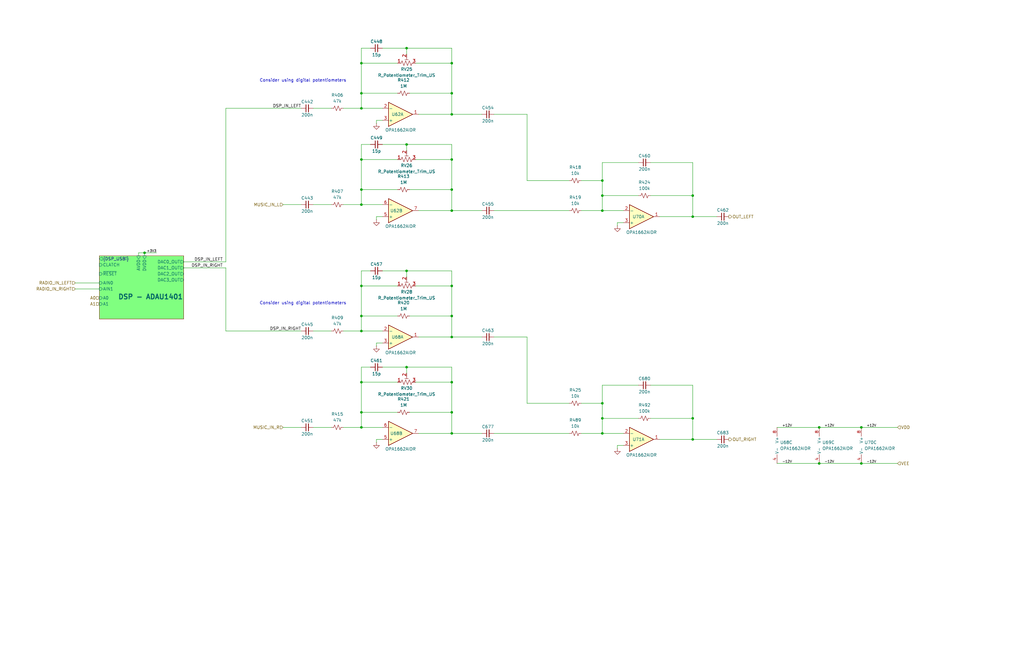
<source format=kicad_sch>
(kicad_sch (version 20250114) (generator "eeschema") (generator_version "9.0")
  (paper "B")
  (lib_symbols
    (symbol "Amplifier_Operational:OPA1656ID" (pin_names (offset 0.127))
      (property "Reference" "U" (at 0 5.08 0))
      (property "Value" "OPA1656ID" (at 0 -5.08 0))
      (symbol "OPA1656ID_1_1"
        (polyline (pts (xy -5.08 5.08) (xy 5.08 0) (xy -5.08 -5.08) (xy -5.08 5.08)) (stroke (width 0.254)) (fill (type background)))
        (pin input line (at -7.62 2.54 0) (length 2.54) (name "+") (number "3"))
        (pin input line (at -7.62 -2.54 0) (length 2.54) (name "-") (number "2"))
        (pin output line (at 7.62 0 180) (length 2.54) (name "~") (number "1"))
      )
      (symbol "OPA1656ID_2_1"
        (polyline (pts (xy -5.08 5.08) (xy 5.08 0) (xy -5.08 -5.08) (xy -5.08 5.08)) (stroke (width 0.254)) (fill (type background)))
        (pin input line (at -7.62 2.54 0) (length 2.54) (name "+") (number "5"))
        (pin input line (at -7.62 -2.54 0) (length 2.54) (name "-") (number "6"))
        (pin output line (at 7.62 0 180) (length 2.54) (name "~") (number "7"))
      )
      (symbol "OPA1656ID_3_1"
        (pin power_in line (at -2.54 7.62 270) (length 3.81) (name "V+") (number "8"))
        (pin power_in line (at -2.54 -7.62 90) (length 3.81) (name "V-") (number "4"))
      )
    )
    (symbol "Device:C_Small" (pin_numbers (hide yes)) (pin_names (offset 0.254) (hide yes))
      (property "Reference" "C" (at 0.254 1.778 0))
      (property "Value" "C_Small" (at 0.254 -2.032 0))
      (symbol "C_Small_0_1"
        (polyline (pts (xy -1.524 0.508) (xy 1.524 0.508)) (stroke (width 0.3048)))
        (polyline (pts (xy -1.524 -0.508) (xy 1.524 -0.508)) (stroke (width 0.3302)))
      )
      (symbol "C_Small_1_1"
        (pin passive line (at 0 2.54 270) (length 2.032) (name "~") (number "1"))
        (pin passive line (at 0 -2.54 90) (length 2.032) (name "~") (number "2"))
      )
    )
    (symbol "Device:R_Potentiometer_Trim_US" (pin_names (offset 1.016) (hide yes))
      (property "Reference" "RV" (at -4.445 0 90))
      (property "Value" "R_Potentiometer_Trim_US" (at -2.54 0 90))
      (symbol "R_Potentiometer_Trim_US_0_1"
        (polyline (pts (xy 0 2.286) (xy 0 2.54)))
        (polyline (pts (xy 0 2.286) (xy 1.016 1.905) (xy 0 1.524) (xy -1.016 1.143) (xy 0 0.762)))
        (polyline (pts (xy 0 0.762) (xy 1.016 0.381) (xy 0 0) (xy -1.016 -0.381) (xy 0 -0.762)))
        (polyline (pts (xy 0 -0.762) (xy 1.016 -1.143) (xy 0 -1.524) (xy -1.016 -1.905) (xy 0 -2.286)))
        (polyline (pts (xy 0 -2.286) (xy 0 -2.54)))
        (polyline (pts (xy 1.524 0.762) (xy 1.524 -0.762)))
        (polyline (pts (xy 2.54 0) (xy 1.524 0)))
      )
      (symbol "R_Potentiometer_Trim_US_1_1"
        (pin passive line (at 0 3.81 270) (length 1.27) (name "1") (number "1"))
        (pin passive line (at 0 -3.81 90) (length 1.27) (name "3") (number "3"))
        (pin passive line (at 3.81 0 180) (length 1.27) (name "2") (number "2"))
      )
    )
    (symbol "Device:R_Small_US" (pin_numbers (hide yes)) (pin_names (offset 0.254) (hide yes))
      (property "Reference" "R" (at 0.762 0.508 0))
      (property "Value" "R_Small_US" (at 0.762 -1.016 0))
      (symbol "R_Small_US_1_1"
        (polyline (pts (xy 0 1.524) (xy 1.016 1.143) (xy 0 0.762) (xy -1.016 0.381) (xy 0 0)))
        (polyline (pts (xy 0 0) (xy 1.016 -0.381) (xy 0 -0.762) (xy -1.016 -1.143) (xy 0 -1.524)))
        (pin passive line (at 0 2.54 270) (length 1.016) (name "~") (number "1"))
        (pin passive line (at 0 -2.54 90) (length 1.016) (name "~") (number "2"))
      )
    )
    (symbol "power:GND" (power) (pin_numbers (hide yes)) (pin_names (offset 0) (hide yes))
      (property "Value" "GND" (at 0 -3.81 0))
      (symbol "GND_0_1"
        (polyline (pts (xy 0 0) (xy 0 -1.27) (xy 1.27 -1.27) (xy 0 -2.54) (xy -1.27 -1.27) (xy 0 -1.27)))
      )
      (symbol "GND_1_1"
        (pin power_in line (at 0 0 270) (length 0) (name "~") (number "1"))
      )
    )
  )
  (text "Consider using digital potentiometers" (at 127.762 128.016 0) (effects (font (size 1.27 1.27))))
  (text "Consider using digital potentiometers" (at 127.762 34.036 0) (effects (font (size 1.27 1.27))))
  (junction (at 254 170.18))
  (junction (at 292.1 82.55))
  (junction (at 292.1 176.53))
  (junction (at 190.5 88.9))
  (junction (at 152.4 120.65))
  (junction (at 152.4 139.7))
  (junction (at 190.5 142.24))
  (junction (at 60.96 106.68))
  (junction (at 292.1 185.42))
  (junction (at 190.5 26.67))
  (junction (at 190.5 80.01))
  (junction (at 152.4 80.01))
  (junction (at 152.4 45.72))
  (junction (at 152.4 133.35))
  (junction (at 190.5 161.29))
  (junction (at 254 88.9))
  (junction (at 152.4 39.37))
  (junction (at 345.44 195.58))
  (junction (at 190.5 48.26))
  (junction (at 171.45 114.3))
  (junction (at 292.1 91.44))
  (junction (at 363.22 195.58))
  (junction (at 171.45 20.32))
  (junction (at 171.45 60.96))
  (junction (at 190.5 67.31))
  (junction (at 254 182.88))
  (junction (at 190.5 182.88))
  (junction (at 254 82.55))
  (junction (at 152.4 86.36))
  (junction (at 171.45 154.94))
  (junction (at 254 176.53))
  (junction (at 152.4 26.67))
  (junction (at 190.5 39.37))
  (junction (at 152.4 173.99))
  (junction (at 254 76.2))
  (junction (at 152.4 67.31))
  (junction (at 363.22 180.34))
  (junction (at 190.5 120.65))
  (junction (at 152.4 161.29))
  (junction (at 190.5 173.99))
  (junction (at 345.44 180.34))
  (junction (at 190.5 133.35))
  (junction (at 152.4 180.34))
  (wire (pts (xy 190.5 182.88) (xy 176.53 182.88)))
  (wire (pts (xy 152.4 114.3) (xy 152.4 120.65)))
  (wire (pts (xy 167.64 67.31) (xy 152.4 67.31)))
  (wire (pts (xy 190.5 142.24) (xy 203.2 142.24)))
  (wire (pts (xy 208.28 182.88) (xy 240.03 182.88)))
  (wire (pts (xy 222.25 170.18) (xy 222.25 142.24)))
  (wire (pts (xy 60.96 106.68) (xy 66.04 106.68)))
  (wire (pts (xy 245.11 88.9) (xy 254 88.9)))
  (wire (pts (xy 58.42 106.68) (xy 58.42 107.95)))
  (wire (pts (xy 245.11 182.88) (xy 254 182.88)))
  (wire (pts (xy 222.25 48.26) (xy 208.28 48.26)))
  (wire (pts (xy 190.5 182.88) (xy 203.2 182.88)))
  (wire (pts (xy 171.45 114.3) (xy 171.45 116.84)))
  (wire (pts (xy 161.29 114.3) (xy 171.45 114.3)))
  (wire (pts (xy 175.26 67.31) (xy 190.5 67.31)))
  (wire (pts (xy 31.75 121.92) (xy 41.91 121.92)))
  (wire (pts (xy 292.1 176.53) (xy 292.1 185.42)))
  (wire (pts (xy 161.29 139.7) (xy 152.4 139.7)))
  (wire (pts (xy 161.29 180.34) (xy 152.4 180.34)))
  (wire (pts (xy 274.32 68.58) (xy 292.1 68.58)))
  (wire (pts (xy 167.64 26.67) (xy 152.4 26.67)))
  (wire (pts (xy 77.47 110.49) (xy 95.25 110.49)))
  (wire (pts (xy 254 176.53) (xy 269.24 176.53)))
  (wire (pts (xy 190.5 161.29) (xy 190.5 173.99)))
  (wire (pts (xy 171.45 114.3) (xy 190.5 114.3)))
  (wire (pts (xy 144.78 180.34) (xy 152.4 180.34)))
  (wire (pts (xy 132.08 86.36) (xy 139.7 86.36)))
  (wire (pts (xy 95.25 45.72) (xy 127 45.72)))
  (wire (pts (xy 144.78 45.72) (xy 152.4 45.72)))
  (wire (pts (xy 245.11 76.2) (xy 254 76.2)))
  (wire (pts (xy 132.08 139.7) (xy 139.7 139.7)))
  (wire (pts (xy 152.4 180.34) (xy 152.4 173.99)))
  (wire (pts (xy 171.45 20.32) (xy 171.45 22.86)))
  (wire (pts (xy 254 82.55) (xy 269.24 82.55)))
  (wire (pts (xy 254 162.56) (xy 254 170.18)))
  (wire (pts (xy 190.5 154.94) (xy 190.5 161.29)))
  (wire (pts (xy 208.28 88.9) (xy 240.03 88.9)))
  (wire (pts (xy 172.72 173.99) (xy 190.5 173.99)))
  (wire (pts (xy 172.72 133.35) (xy 190.5 133.35)))
  (wire (pts (xy 262.89 88.9) (xy 254 88.9)))
  (wire (pts (xy 260.35 93.98) (xy 262.89 93.98)))
  (wire (pts (xy 262.89 182.88) (xy 254 182.88)))
  (wire (pts (xy 292.1 91.44) (xy 302.26 91.44)))
  (wire (pts (xy 292.1 162.56) (xy 292.1 176.53)))
  (wire (pts (xy 132.08 45.72) (xy 139.7 45.72)))
  (wire (pts (xy 158.75 146.05) (xy 158.75 144.78)))
  (wire (pts (xy 152.4 133.35) (xy 167.64 133.35)))
  (wire (pts (xy 152.4 120.65) (xy 152.4 133.35)))
  (wire (pts (xy 144.78 139.7) (xy 152.4 139.7)))
  (wire (pts (xy 190.5 39.37) (xy 190.5 48.26)))
  (wire (pts (xy 152.4 80.01) (xy 167.64 80.01)))
  (wire (pts (xy 327.66 180.34) (xy 345.44 180.34)))
  (wire (pts (xy 161.29 154.94) (xy 171.45 154.94)))
  (wire (pts (xy 119.38 180.34) (xy 127 180.34)))
  (wire (pts (xy 152.4 114.3) (xy 156.21 114.3)))
  (wire (pts (xy 152.4 20.32) (xy 156.21 20.32)))
  (wire (pts (xy 158.75 92.71) (xy 158.75 91.44)))
  (wire (pts (xy 161.29 45.72) (xy 152.4 45.72)))
  (wire (pts (xy 152.4 67.31) (xy 152.4 80.01)))
  (wire (pts (xy 95.25 45.72) (xy 95.25 110.49)))
  (wire (pts (xy 60.96 106.68) (xy 60.96 107.95)))
  (wire (pts (xy 152.4 154.94) (xy 156.21 154.94)))
  (wire (pts (xy 363.22 180.34) (xy 378.46 180.34)))
  (wire (pts (xy 172.72 39.37) (xy 190.5 39.37)))
  (wire (pts (xy 254 88.9) (xy 254 82.55)))
  (wire (pts (xy 260.35 187.96) (xy 262.89 187.96)))
  (wire (pts (xy 172.72 80.01) (xy 190.5 80.01)))
  (wire (pts (xy 158.75 52.07) (xy 158.75 50.8)))
  (wire (pts (xy 152.4 139.7) (xy 152.4 133.35)))
  (wire (pts (xy 175.26 26.67) (xy 190.5 26.67)))
  (wire (pts (xy 161.29 60.96) (xy 171.45 60.96)))
  (wire (pts (xy 260.35 189.23) (xy 260.35 187.96)))
  (wire (pts (xy 132.08 180.34) (xy 139.7 180.34)))
  (wire (pts (xy 292.1 82.55) (xy 292.1 91.44)))
  (wire (pts (xy 95.25 139.7) (xy 127 139.7)))
  (wire (pts (xy 158.75 50.8) (xy 161.29 50.8)))
  (wire (pts (xy 240.03 76.2) (xy 222.25 76.2)))
  (wire (pts (xy 190.5 60.96) (xy 190.5 67.31)))
  (wire (pts (xy 152.4 20.32) (xy 152.4 26.67)))
  (wire (pts (xy 171.45 20.32) (xy 190.5 20.32)))
  (wire (pts (xy 31.75 119.38) (xy 41.91 119.38)))
  (wire (pts (xy 254 170.18) (xy 254 176.53)))
  (wire (pts (xy 175.26 161.29) (xy 190.5 161.29)))
  (wire (pts (xy 190.5 20.32) (xy 190.5 26.67)))
  (wire (pts (xy 190.5 88.9) (xy 176.53 88.9)))
  (wire (pts (xy 171.45 154.94) (xy 171.45 157.48)))
  (wire (pts (xy 152.4 26.67) (xy 152.4 39.37)))
  (wire (pts (xy 152.4 60.96) (xy 152.4 67.31)))
  (wire (pts (xy 152.4 86.36) (xy 152.4 80.01)))
  (wire (pts (xy 190.5 120.65) (xy 190.5 133.35)))
  (wire (pts (xy 158.75 91.44) (xy 161.29 91.44)))
  (wire (pts (xy 254 68.58) (xy 254 76.2)))
  (wire (pts (xy 292.1 68.58) (xy 292.1 82.55)))
  (wire (pts (xy 190.5 80.01) (xy 190.5 88.9)))
  (wire (pts (xy 158.75 144.78) (xy 161.29 144.78)))
  (wire (pts (xy 161.29 86.36) (xy 152.4 86.36)))
  (wire (pts (xy 95.25 113.03) (xy 95.25 139.7)))
  (wire (pts (xy 240.03 170.18) (xy 222.25 170.18)))
  (wire (pts (xy 190.5 173.99) (xy 190.5 182.88)))
  (wire (pts (xy 167.64 120.65) (xy 152.4 120.65)))
  (wire (pts (xy 171.45 154.94) (xy 190.5 154.94)))
  (wire (pts (xy 292.1 185.42) (xy 278.13 185.42)))
  (wire (pts (xy 171.45 60.96) (xy 190.5 60.96)))
  (wire (pts (xy 254 162.56) (xy 269.24 162.56)))
  (wire (pts (xy 152.4 60.96) (xy 156.21 60.96)))
  (wire (pts (xy 175.26 120.65) (xy 190.5 120.65)))
  (wire (pts (xy 345.44 195.58) (xy 363.22 195.58)))
  (wire (pts (xy 158.75 186.69) (xy 158.75 185.42)))
  (wire (pts (xy 292.1 91.44) (xy 278.13 91.44)))
  (wire (pts (xy 60.96 106.68) (xy 58.42 106.68)))
  (wire (pts (xy 152.4 154.94) (xy 152.4 161.29)))
  (wire (pts (xy 292.1 185.42) (xy 302.26 185.42)))
  (wire (pts (xy 190.5 26.67) (xy 190.5 39.37)))
  (wire (pts (xy 190.5 48.26) (xy 203.2 48.26)))
  (wire (pts (xy 274.32 82.55) (xy 292.1 82.55)))
  (wire (pts (xy 190.5 142.24) (xy 176.53 142.24)))
  (wire (pts (xy 254 68.58) (xy 269.24 68.58)))
  (wire (pts (xy 345.44 180.34) (xy 363.22 180.34)))
  (wire (pts (xy 190.5 88.9) (xy 203.2 88.9)))
  (wire (pts (xy 161.29 20.32) (xy 171.45 20.32)))
  (wire (pts (xy 167.64 161.29) (xy 152.4 161.29)))
  (wire (pts (xy 152.4 39.37) (xy 167.64 39.37)))
  (wire (pts (xy 222.25 142.24) (xy 208.28 142.24)))
  (wire (pts (xy 363.22 195.58) (xy 378.46 195.58)))
  (wire (pts (xy 274.32 176.53) (xy 292.1 176.53)))
  (wire (pts (xy 254 76.2) (xy 254 82.55)))
  (wire (pts (xy 158.75 185.42) (xy 161.29 185.42)))
  (wire (pts (xy 245.11 170.18) (xy 254 170.18)))
  (wire (pts (xy 119.38 86.36) (xy 127 86.36)))
  (wire (pts (xy 152.4 161.29) (xy 152.4 173.99)))
  (wire (pts (xy 327.66 195.58) (xy 345.44 195.58)))
  (wire (pts (xy 222.25 76.2) (xy 222.25 48.26)))
  (wire (pts (xy 254 182.88) (xy 254 176.53)))
  (wire (pts (xy 190.5 48.26) (xy 176.53 48.26)))
  (wire (pts (xy 152.4 45.72) (xy 152.4 39.37)))
  (wire (pts (xy 144.78 86.36) (xy 152.4 86.36)))
  (wire (pts (xy 274.32 162.56) (xy 292.1 162.56)))
  (wire (pts (xy 260.35 95.25) (xy 260.35 93.98)))
  (wire (pts (xy 152.4 173.99) (xy 167.64 173.99)))
  (wire (pts (xy 77.47 113.03) (xy 95.25 113.03)))
  (wire (pts (xy 190.5 67.31) (xy 190.5 80.01)))
  (wire (pts (xy 190.5 133.35) (xy 190.5 142.24)))
  (wire (pts (xy 171.45 60.96) (xy 171.45 63.5)))
  (wire (pts (xy 190.5 114.3) (xy 190.5 120.65)))
  (label "DSP_IN_LEFT" (at 127 45.72 180))
  (label "-12V" (at 351.79 195.58 180) (effects (font (size 1 1))))
  (label "+12V" (at 334.01 180.34 180) (effects (font (size 1 1))))
  (label "DSP_IN_RIGHT" (at 93.98 113.03 180))
  (label "DSP_IN_RIGHT" (at 127 139.7 180))
  (label "-12V" (at 334.01 195.58 180) (effects (font (size 1 1))))
  (label "+12V" (at 351.79 180.34 180) (effects (font (size 1 1))))
  (label "DSP_IN_LEFT" (at 93.98 110.49 180))
  (label "+3V3" (at 66.04 106.68 180) (effects (font (size 1 1))))
  (label "+12V" (at 369.57 180.34 180) (effects (font (size 1 1))))
  (label "-12V" (at 369.57 195.58 180) (effects (font (size 1 1))))
  (hierarchical_label "MUSIC_IN_R" (shape input) (at 119.38 180.34 180))
  (hierarchical_label "RADIO_IN_RIGHT" (shape input) (at 31.75 121.92 180))
  (hierarchical_label "RADIO_IN_LEFT" (shape input) (at 31.75 119.38 180))
  (hierarchical_label "OUT_LEFT" (shape output) (at 307.34 91.44 0))
  (hierarchical_label "A0" (shape input) (at 41.91 125.73 180))
  (hierarchical_label "OUT_RIGHT" (shape output) (at 307.34 185.42 0))
  (hierarchical_label "VDD" (shape input) (at 378.46 180.34 0))
  (hierarchical_label "MUSIC_IN_L" (shape input) (at 119.38 86.36 180))
  (hierarchical_label "A1" (shape input) (at 41.91 128.27 180))
  (hierarchical_label "VEE" (shape input) (at 378.46 195.58 0))
  (symbol (lib_id "Amplifier_Operational:OPA1656ID") (at 270.51 91.44 0) (mirror x) (unit 1)
    (property "Reference" "U70" (at 269.24 91.44 0))
    (property "Value" "OPA1662AIDR" (at 270.51 98.044 0))
    (property "Footprint" "Package_SO:SOIC-8_3.9x4.9mm_P1.27mm" (effects (hide yes)))
    (property "Datasheet" "https://www.ti.com/lit/ds/symlink/opa1662.pdf?HQS=dis-dk-null-digikeymode-dsf-pf-null-wwe&ts=1750397590108&ref_url=https%253A%252F%252Fwww.ti.com%252Fgeneral%252Fdocs%252Fsuppproductinfo.tsp%253FdistId%253D10%2526gotoUrl%253Dhttps%253A%252F%252Fwww.ti.com%252Flit%252Fgpn%252Fopa1662" (effects (hide yes)))
    (property "Description" "Dual Ultra-Low-Noise, Low-Distortion, FET-Input, Burr-Brown Audio Operational Amplifiers, SOIC-8" (effects (hide yes)))
    (instances (project "PilotAudioPanel" (path "" (reference "U70") (unit 1)) (path "" (reference "U112") (unit 1))))
  )
  (symbol (lib_id "Device:R_Potentiometer_Trim_US") (at 171.45 26.67 90) (unit 1)
    (property "Reference" "RV25" (at 171.45 29.21 90))
    (property "Value" "R_Potentiometer_Trim_US" (at 171.45 31.75 90))
    (property "Description" "Trim-potentiometer, US symbol" (effects (hide yes)))
    (instances (project "PilotAudioPanel" (path "" (reference "RV25") (unit 1)) (path "" (reference "RV27") (unit 1))))
  )
  (symbol (lib_id "Device:C_Small") (at 271.78 162.56 90) (mirror x) (unit 1)
    (property "Reference" "C680" (at 271.78 159.766 90))
    (property "Value" "200n" (at 271.78 165.354 90))
    (property "Description" "Unpolarized capacitor, small symbol" (effects (hide yes)))
    (instances (project "PilotAudioPanel" (path "" (reference "C680") (unit 1)) (path "" (reference "C698") (unit 1))))
  )
  (symbol (lib_id "power:GND") (at 158.75 186.69 0) (unit 1)
    (property "Reference" "#PWR0408" (effects (hide yes)))
    (property "Value" "GND" (effects (hide yes)))
    (property "Description" "Power symbol creates a global label with name \"GND\" , ground" (effects (hide yes)))
    (instances (project "PilotAudioPanel" (path "" (reference "#PWR0408") (unit 1)) (path "" (reference "#PWR0614") (unit 1))))
  )
  (symbol (lib_id "Device:C_Small") (at 158.75 114.3 90) (mirror x) (unit 1)
    (property "Reference" "C457" (at 158.75 111.506 90))
    (property "Value" "15p" (at 158.75 117.094 90))
    (property "Description" "Unpolarized capacitor, small symbol" (effects (hide yes)))
    (instances (project "PilotAudioPanel" (path "" (reference "C457") (unit 1)) (path "" (reference "C691") (unit 1))))
  )
  (symbol (lib_id "Device:C_Small") (at 129.54 139.7 90) (mirror x) (unit 1)
    (property "Reference" "C445" (at 129.54 136.906 90))
    (property "Value" "200n" (at 129.54 142.494 90))
    (property "Description" "Unpolarized capacitor, small symbol" (effects (hide yes)))
    (instances (project "PilotAudioPanel" (path "" (reference "C445") (unit 1)) (path "" (reference "C687") (unit 1))))
  )
  (symbol (lib_id "Device:C_Small") (at 158.75 60.96 90) (mirror x) (unit 1)
    (property "Reference" "C449" (at 158.75 58.166 90))
    (property "Value" "15p" (at 158.75 63.754 90))
    (property "Description" "Unpolarized capacitor, small symbol" (effects (hide yes)))
    (instances (project "PilotAudioPanel" (path "" (reference "C449") (unit 1)) (path "" (reference "C690") (unit 1))))
  )
  (symbol (lib_id "Amplifier_Operational:OPA1656ID") (at 168.91 182.88 0) (mirror x) (unit 2)
    (property "Reference" "U68" (at 167.132 182.88 0))
    (property "Value" "OPA1662AIDR" (at 168.91 189.484 0))
    (property "Footprint" "Package_SO:SOIC-8_3.9x4.9mm_P1.27mm" (effects (hide yes)))
    (property "Datasheet" "https://www.ti.com/lit/ds/symlink/opa1662.pdf?HQS=dis-dk-null-digikeymode-dsf-pf-null-wwe&ts=1750397590108&ref_url=https%253A%252F%252Fwww.ti.com%252Fgeneral%252Fdocs%252Fsuppproductinfo.tsp%253FdistId%253D10%2526gotoUrl%253Dhttps%253A%252F%252Fwww.ti.com%252Flit%252Fgpn%252Fopa1662" (effects (hide yes)))
    (property "Description" "Dual Ultra-Low-Noise, Low-Distortion, FET-Input, Burr-Brown Audio Operational Amplifiers, SOIC-8" (effects (hide yes)))
    (instances (project "PilotAudioPanel" (path "" (reference "U68") (unit 2)) (path "" (reference "U110") (unit 2))))
  )
  (symbol (lib_id "Device:R_Small_US") (at 242.57 182.88 90) (unit 1)
    (property "Reference" "R489" (at 242.57 177.292 90))
    (property "Value" "10k" (at 242.57 179.832 90))
    (property "Description" "Resistor, small US symbol" (effects (hide yes)))
    (instances (project "PilotAudioPanel" (path "" (reference "R489") (unit 1)) (path "" (reference "R502") (unit 1))))
  )
  (symbol (lib_id "Device:C_Small") (at 205.74 48.26 90) (mirror x) (unit 1)
    (property "Reference" "C454" (at 205.74 45.466 90))
    (property "Value" "200n" (at 205.74 51.054 90))
    (property "Description" "Unpolarized capacitor, small symbol" (effects (hide yes)))
    (instances (project "PilotAudioPanel" (path "" (reference "C454") (unit 1)) (path "" (reference "C693") (unit 1))))
  )
  (symbol (lib_id "Device:C_Small") (at 205.74 182.88 90) (mirror x) (unit 1)
    (property "Reference" "C677" (at 205.74 180.086 90))
    (property "Value" "200n" (at 205.74 185.674 90))
    (property "Description" "Unpolarized capacitor, small symbol" (effects (hide yes)))
    (instances (project "PilotAudioPanel" (path "" (reference "C677") (unit 1)) (path "" (reference "C696") (unit 1))))
  )
  (symbol (lib_id "Amplifier_Operational:OPA1656ID") (at 168.91 88.9 0) (mirror x) (unit 2)
    (property "Reference" "U62" (at 167.132 88.9 0))
    (property "Value" "OPA1662AIDR" (at 168.91 95.504 0))
    (property "Footprint" "Package_SO:SOIC-8_3.9x4.9mm_P1.27mm" (effects (hide yes)))
    (property "Datasheet" "https://www.ti.com/lit/ds/symlink/opa1662.pdf?HQS=dis-dk-null-digikeymode-dsf-pf-null-wwe&ts=1750397590108&ref_url=https%253A%252F%252Fwww.ti.com%252Fgeneral%252Fdocs%252Fsuppproductinfo.tsp%253FdistId%253D10%2526gotoUrl%253Dhttps%253A%252F%252Fwww.ti.com%252Flit%252Fgpn%252Fopa1662" (effects (hide yes)))
    (property "Description" "Dual Ultra-Low-Noise, Low-Distortion, FET-Input, Burr-Brown Audio Operational Amplifiers, SOIC-8" (effects (hide yes)))
    (instances (project "PilotAudioPanel" (path "" (reference "U62") (unit 2)) (path "" (reference "U69") (unit 2))))
  )
  (symbol (lib_id "Device:R_Small_US") (at 142.24 86.36 90) (unit 1)
    (property "Reference" "R407" (at 142.24 80.772 90))
    (property "Value" "47k" (at 142.24 83.312 90))
    (property "Description" "Resistor, small US symbol" (effects (hide yes)))
    (instances (project "PilotAudioPanel" (path "" (reference "R407") (unit 1)) (path "" (reference "R491") (unit 1))))
  )
  (symbol (lib_id "Device:R_Small_US") (at 242.57 76.2 90) (unit 1)
    (property "Reference" "R418" (at 242.57 70.612 90))
    (property "Value" "10k" (at 242.57 73.152 90))
    (property "Description" "Resistor, small US symbol" (effects (hide yes)))
    (instances (project "PilotAudioPanel" (path "" (reference "R418") (unit 1)) (path "" (reference "R499") (unit 1))))
  )
  (symbol (lib_id "Device:C_Small") (at 205.74 88.9 90) (mirror x) (unit 1)
    (property "Reference" "C455" (at 205.74 86.106 90))
    (property "Value" "200n" (at 205.74 91.694 90))
    (property "Description" "Unpolarized capacitor, small symbol" (effects (hide yes)))
    (instances (project "PilotAudioPanel" (path "" (reference "C455") (unit 1)) (path "" (reference "C694") (unit 1))))
  )
  (symbol (lib_id "Device:R_Small_US") (at 170.18 173.99 90) (unit 1)
    (property "Reference" "R421" (at 170.18 168.402 90))
    (property "Value" "1M" (at 170.18 170.942 90))
    (property "Description" "Resistor, small US symbol" (effects (hide yes)))
    (instances (project "PilotAudioPanel" (path "" (reference "R421") (unit 1)) (path "" (reference "R498") (unit 1))))
  )
  (symbol (lib_id "power:GND") (at 260.35 189.23 0) (unit 1)
    (property "Reference" "#PWR0604" (effects (hide yes)))
    (property "Value" "GND" (effects (hide yes)))
    (property "Description" "Power symbol creates a global label with name \"GND\" , ground" (effects (hide yes)))
    (instances (project "PilotAudioPanel" (path "" (reference "#PWR0604") (unit 1)) (path "" (reference "#PWR0616") (unit 1))))
  )
  (symbol (lib_id "Amplifier_Operational:OPA1656ID") (at 168.91 142.24 0) (mirror x) (unit 1)
    (property "Reference" "U68" (at 167.64 142.24 0))
    (property "Value" "OPA1662AIDR" (at 168.91 148.844 0))
    (property "Footprint" "Package_SO:SOIC-8_3.9x4.9mm_P1.27mm" (effects (hide yes)))
    (property "Datasheet" "https://www.ti.com/lit/ds/symlink/opa1662.pdf?HQS=dis-dk-null-digikeymode-dsf-pf-null-wwe&ts=1750397590108&ref_url=https%253A%252F%252Fwww.ti.com%252Fgeneral%252Fdocs%252Fsuppproductinfo.tsp%253FdistId%253D10%2526gotoUrl%253Dhttps%253A%252F%252Fwww.ti.com%252Flit%252Fgpn%252Fopa1662" (effects (hide yes)))
    (property "Description" "Dual Ultra-Low-Noise, Low-Distortion, FET-Input, Burr-Brown Audio Operational Amplifiers, SOIC-8" (effects (hide yes)))
    (instances (project "PilotAudioPanel" (path "" (reference "U68") (unit 1)) (path "" (reference "U110") (unit 1))))
  )
  (symbol (lib_id "Amplifier_Operational:OPA1656ID") (at 270.51 185.42 0) (mirror x) (unit 1)
    (property "Reference" "U71" (at 269.24 185.42 0))
    (property "Value" "OPA1662AIDR" (at 270.51 192.024 0))
    (property "Footprint" "Package_SO:SOIC-8_3.9x4.9mm_P1.27mm" (effects (hide yes)))
    (property "Datasheet" "https://www.ti.com/lit/ds/symlink/opa1662.pdf?HQS=dis-dk-null-digikeymode-dsf-pf-null-wwe&ts=1750397590108&ref_url=https%253A%252F%252Fwww.ti.com%252Fgeneral%252Fdocs%252Fsuppproductinfo.tsp%253FdistId%253D10%2526gotoUrl%253Dhttps%253A%252F%252Fwww.ti.com%252Flit%252Fgpn%252Fopa1662" (effects (hide yes)))
    (property "Description" "Dual Ultra-Low-Noise, Low-Distortion, FET-Input, Burr-Brown Audio Operational Amplifiers, SOIC-8" (effects (hide yes)))
    (instances (project "PilotAudioPanel" (path "" (reference "U71") (unit 1)) (path "" (reference "U109") (unit 1))))
  )
  (symbol (lib_id "Amplifier_Operational:OPA1656ID") (at 168.91 48.26 0) (mirror x) (unit 1)
    (property "Reference" "U62" (at 167.64 48.26 0))
    (property "Value" "OPA1662AIDR" (at 168.91 54.864 0))
    (property "Footprint" "Package_SO:SOIC-8_3.9x4.9mm_P1.27mm" (effects (hide yes)))
    (property "Datasheet" "https://www.ti.com/lit/ds/symlink/opa1662.pdf?HQS=dis-dk-null-digikeymode-dsf-pf-null-wwe&ts=1750397590108&ref_url=https%253A%252F%252Fwww.ti.com%252Fgeneral%252Fdocs%252Fsuppproductinfo.tsp%253FdistId%253D10%2526gotoUrl%253Dhttps%253A%252F%252Fwww.ti.com%252Flit%252Fgpn%252Fopa1662" (effects (hide yes)))
    (property "Description" "Dual Ultra-Low-Noise, Low-Distortion, FET-Input, Burr-Brown Audio Operational Amplifiers, SOIC-8" (effects (hide yes)))
    (instances (project "PilotAudioPanel" (path "" (reference "U62") (unit 1)) (path "" (reference "U69") (unit 1))))
  )
  (symbol (lib_id "Amplifier_Operational:OPA1656ID") (at 347.98 187.96 0) (unit 3)
    (property "Reference" "U69" (at 346.71 186.6899 0) (effects (justify left)))
    (property "Value" "OPA1662AIDR" (at 346.71 189.2299 0) (effects (justify left)))
    (property "Footprint" "Package_SO:SOIC-8_3.9x4.9mm_P1.27mm" (effects (hide yes)))
    (property "Datasheet" "https://www.ti.com/lit/ds/symlink/opa1662.pdf?HQS=dis-dk-null-digikeymode-dsf-pf-null-wwe&ts=1750397590108&ref_url=https%253A%252F%252Fwww.ti.com%252Fgeneral%252Fdocs%252Fsuppproductinfo.tsp%253FdistId%253D10%2526gotoUrl%253Dhttps%253A%252F%252Fwww.ti.com%252Flit%252Fgpn%252Fopa1662" (effects (hide yes)))
    (property "Description" "Dual Ultra-Low-Noise, Low-Distortion, FET-Input, Burr-Brown Audio Operational Amplifiers, SOIC-8" (effects (hide yes)))
    (instances (project "PilotAudioPanel" (path "" (reference "U69") (unit 3)) (path "" (reference "U71") (unit 3))))
  )
  (symbol (lib_id "Device:R_Potentiometer_Trim_US") (at 171.45 120.65 90) (unit 1)
    (property "Reference" "RV28" (at 171.45 123.19 90))
    (property "Value" "R_Potentiometer_Trim_US" (at 171.45 125.73 90))
    (property "Description" "Trim-potentiometer, US symbol" (effects (hide yes)))
    (instances (project "PilotAudioPanel" (path "" (reference "RV28") (unit 1)) (path "" (reference "RV31") (unit 1))))
  )
  (symbol (lib_id "Device:R_Small_US") (at 271.78 82.55 90) (unit 1)
    (property "Reference" "R424" (at 271.78 76.962 90))
    (property "Value" "100k" (at 271.78 79.502 90))
    (property "Description" "Resistor, small US symbol" (effects (hide yes)))
    (instances (project "PilotAudioPanel" (path "" (reference "R424") (unit 1)) (path "" (reference "R503") (unit 1))))
  )
  (symbol (lib_id "power:GND") (at 158.75 52.07 0) (unit 1)
    (property "Reference" "#PWR0399" (effects (hide yes)))
    (property "Value" "GND" (effects (hide yes)))
    (property "Description" "Power symbol creates a global label with name \"GND\" , ground" (effects (hide yes)))
    (instances (project "PilotAudioPanel" (path "" (reference "#PWR0399") (unit 1)) (path "" (reference "#PWR0611") (unit 1))))
  )
  (symbol (lib_id "Device:R_Small_US") (at 142.24 45.72 90) (unit 1)
    (property "Reference" "R406" (at 142.24 40.132 90))
    (property "Value" "47k" (at 142.24 42.672 90))
    (property "Description" "Resistor, small US symbol" (effects (hide yes)))
    (instances (project "PilotAudioPanel" (path "" (reference "R406") (unit 1)) (path "" (reference "R490") (unit 1))))
  )
  (symbol (lib_id "Device:C_Small") (at 304.8 185.42 90) (mirror x) (unit 1)
    (property "Reference" "C683" (at 304.8 182.626 90))
    (property "Value" "200n" (at 304.8 188.214 90))
    (property "Description" "Unpolarized capacitor, small symbol" (effects (hide yes)))
    (instances (project "PilotAudioPanel" (path "" (reference "C683") (unit 1)) (path "" (reference "C700") (unit 1))))
  )
  (symbol (lib_id "Device:R_Small_US") (at 170.18 39.37 90) (unit 1)
    (property "Reference" "R412" (at 170.18 33.782 90))
    (property "Value" "1M" (at 170.18 36.322 90))
    (property "Description" "Resistor, small US symbol" (effects (hide yes)))
    (instances (project "PilotAudioPanel" (path "" (reference "R412") (unit 1)) (path "" (reference "R495") (unit 1))))
  )
  (symbol (lib_id "power:GND") (at 158.75 146.05 0) (unit 1)
    (property "Reference" "#PWR0402" (effects (hide yes)))
    (property "Value" "GND" (effects (hide yes)))
    (property "Description" "Power symbol creates a global label with name \"GND\" , ground" (effects (hide yes)))
    (instances (project "PilotAudioPanel" (path "" (reference "#PWR0402") (unit 1)) (path "" (reference "#PWR0613") (unit 1))))
  )
  (symbol (lib_id "Device:R_Small_US") (at 242.57 170.18 90) (unit 1)
    (property "Reference" "R425" (at 242.57 164.592 90))
    (property "Value" "10k" (at 242.57 167.132 90))
    (property "Description" "Resistor, small US symbol" (effects (hide yes)))
    (instances (project "PilotAudioPanel" (path "" (reference "R425") (unit 1)) (path "" (reference "R501") (unit 1))))
  )
  (symbol (lib_id "Device:R_Potentiometer_Trim_US") (at 171.45 161.29 90) (unit 1)
    (property "Reference" "RV30" (at 171.45 163.83 90))
    (property "Value" "R_Potentiometer_Trim_US" (at 171.45 166.37 90))
    (property "Description" "Trim-potentiometer, US symbol" (effects (hide yes)))
    (instances (project "PilotAudioPanel" (path "" (reference "RV30") (unit 1)) (path "" (reference "RV32") (unit 1))))
  )
  (symbol (lib_id "Device:R_Small_US") (at 242.57 88.9 90) (unit 1)
    (property "Reference" "R419" (at 242.57 83.312 90))
    (property "Value" "10k" (at 242.57 85.852 90))
    (property "Description" "Resistor, small US symbol" (effects (hide yes)))
    (instances (project "PilotAudioPanel" (path "" (reference "R419") (unit 1)) (path "" (reference "R500") (unit 1))))
  )
  (symbol (lib_id "Device:R_Potentiometer_Trim_US") (at 171.45 67.31 90) (unit 1)
    (property "Reference" "RV26" (at 171.45 69.85 90))
    (property "Value" "R_Potentiometer_Trim_US" (at 171.45 72.39 90))
    (property "Description" "Trim-potentiometer, US symbol" (effects (hide yes)))
    (instances (project "PilotAudioPanel" (path "" (reference "RV26") (unit 1)) (path "" (reference "RV29") (unit 1))))
  )
  (symbol (lib_id "Device:R_Small_US") (at 142.24 180.34 90) (unit 1)
    (property "Reference" "R415" (at 142.24 174.752 90))
    (property "Value" "47k" (at 142.24 177.292 90))
    (property "Description" "Resistor, small US symbol" (effects (hide yes)))
    (instances (project "PilotAudioPanel" (path "" (reference "R415") (unit 1)) (path "" (reference "R494") (unit 1))))
  )
  (symbol (lib_id "power:GND") (at 158.75 92.71 0) (unit 1)
    (property "Reference" "#PWR0400" (effects (hide yes)))
    (property "Value" "GND" (effects (hide yes)))
    (property "Description" "Power symbol creates a global label with name \"GND\" , ground" (effects (hide yes)))
    (instances (project "PilotAudioPanel" (path "" (reference "#PWR0400") (unit 1)) (path "" (reference "#PWR0612") (unit 1))))
  )
  (symbol (lib_id "Device:C_Small") (at 205.74 142.24 90) (mirror x) (unit 1)
    (property "Reference" "C463" (at 205.74 139.446 90))
    (property "Value" "200n" (at 205.74 145.034 90))
    (property "Description" "Unpolarized capacitor, small symbol" (effects (hide yes)))
    (instances (project "PilotAudioPanel" (path "" (reference "C463") (unit 1)) (path "" (reference "C695") (unit 1))))
  )
  (symbol (lib_id "Device:C_Small") (at 129.54 180.34 90) (mirror x) (unit 1)
    (property "Reference" "C451" (at 129.54 177.546 90))
    (property "Value" "200n" (at 129.54 183.134 90))
    (property "Description" "Unpolarized capacitor, small symbol" (effects (hide yes)))
    (instances (project "PilotAudioPanel" (path "" (reference "C451") (unit 1)) (path "" (reference "C688") (unit 1))))
  )
  (symbol (lib_id "Device:R_Small_US") (at 170.18 133.35 90) (unit 1)
    (property "Reference" "R420" (at 170.18 127.762 90))
    (property "Value" "1M" (at 170.18 130.302 90))
    (property "Description" "Resistor, small US symbol" (effects (hide yes)))
    (instances (project "PilotAudioPanel" (path "" (reference "R420") (unit 1)) (path "" (reference "R497") (unit 1))))
  )
  (symbol (lib_id "Amplifier_Operational:OPA1656ID") (at 330.2 187.96 0) (unit 3)
    (property "Reference" "U68" (at 328.93 186.6899 0) (effects (justify left)))
    (property "Value" "OPA1662AIDR" (at 328.93 189.2299 0) (effects (justify left)))
    (property "Footprint" "Package_SO:SOIC-8_3.9x4.9mm_P1.27mm" (effects (hide yes)))
    (property "Datasheet" "https://www.ti.com/lit/ds/symlink/opa1662.pdf?HQS=dis-dk-null-digikeymode-dsf-pf-null-wwe&ts=1750397590108&ref_url=https%253A%252F%252Fwww.ti.com%252Fgeneral%252Fdocs%252Fsuppproductinfo.tsp%253FdistId%253D10%2526gotoUrl%253Dhttps%253A%252F%252Fwww.ti.com%252Flit%252Fgpn%252Fopa1662" (effects (hide yes)))
    (property "Description" "Dual Ultra-Low-Noise, Low-Distortion, FET-Input, Burr-Brown Audio Operational Amplifiers, SOIC-8" (effects (hide yes)))
    (instances (project "PilotAudioPanel" (path "" (reference "U68") (unit 3)) (path "" (reference "U110") (unit 3))))
  )
  (symbol (lib_id "Device:R_Small_US") (at 271.78 176.53 90) (unit 1)
    (property "Reference" "R492" (at 271.78 170.942 90))
    (property "Value" "100k" (at 271.78 173.482 90))
    (property "Description" "Resistor, small US symbol" (effects (hide yes)))
    (instances (project "PilotAudioPanel" (path "" (reference "R492") (unit 1)) (path "" (reference "R504") (unit 1))))
  )
  (symbol (lib_id "Device:C_Small") (at 304.8 91.44 90) (mirror x) (unit 1)
    (property "Reference" "C462" (at 304.8 88.646 90))
    (property "Value" "200n" (at 304.8 94.234 90))
    (property "Description" "Unpolarized capacitor, small symbol" (effects (hide yes)))
    (instances (project "PilotAudioPanel" (path "" (reference "C462") (unit 1)) (path "" (reference "C699") (unit 1))))
  )
  (symbol (lib_id "Device:R_Small_US") (at 142.24 139.7 90) (unit 1)
    (property "Reference" "R409" (at 142.24 134.112 90))
    (property "Value" "47k" (at 142.24 136.652 90))
    (property "Description" "Resistor, small US symbol" (effects (hide yes)))
    (instances (project "PilotAudioPanel" (path "" (reference "R409") (unit 1)) (path "" (reference "R493") (unit 1))))
  )
  (symbol (lib_id "Amplifier_Operational:OPA1656ID") (at 365.76 187.96 0) (unit 3)
    (property "Reference" "U70" (at 364.49 186.6899 0) (effects (justify left)))
    (property "Value" "OPA1662AIDR" (at 364.49 189.2299 0) (effects (justify left)))
    (property "Footprint" "Package_SO:SOIC-8_3.9x4.9mm_P1.27mm" (effects (hide yes)))
    (property "Datasheet" "https://www.ti.com/lit/ds/symlink/opa1662.pdf?HQS=dis-dk-null-digikeymode-dsf-pf-null-wwe&ts=1750397590108&ref_url=https%253A%252F%252Fwww.ti.com%252Fgeneral%252Fdocs%252Fsuppproductinfo.tsp%253FdistId%253D10%2526gotoUrl%253Dhttps%253A%252F%252Fwww.ti.com%252Flit%252Fgpn%252Fopa1662" (effects (hide yes)))
    (property "Description" "Dual Ultra-Low-Noise, Low-Distortion, FET-Input, Burr-Brown Audio Operational Amplifiers, SOIC-8" (effects (hide yes)))
    (instances (project "PilotAudioPanel" (path "" (reference "U70") (unit 3)) (path "" (reference "U112") (unit 3))))
  )
  (symbol (lib_id "Device:C_Small") (at 158.75 154.94 90) (mirror x) (unit 1)
    (property "Reference" "C461" (at 158.75 152.146 90))
    (property "Value" "15p" (at 158.75 157.734 90))
    (property "Description" "Unpolarized capacitor, small symbol" (effects (hide yes)))
    (instances (project "PilotAudioPanel" (path "" (reference "C461") (unit 1)) (path "" (reference "C692") (unit 1))))
  )
  (symbol (lib_id "Device:C_Small") (at 271.78 68.58 90) (mirror x) (unit 1)
    (property "Reference" "C460" (at 271.78 65.786 90))
    (property "Value" "200n" (at 271.78 71.374 90))
    (property "Description" "Unpolarized capacitor, small symbol" (effects (hide yes)))
    (instances (project "PilotAudioPanel" (path "" (reference "C460") (unit 1)) (path "" (reference "C697") (unit 1))))
  )
  (symbol (lib_id "Device:C_Small") (at 129.54 86.36 90) (mirror x) (unit 1)
    (property "Reference" "C443" (at 129.54 83.566 90))
    (property "Value" "200n" (at 129.54 89.154 90))
    (property "Description" "Unpolarized capacitor, small symbol" (effects (hide yes)))
    (instances (project "PilotAudioPanel" (path "" (reference "C443") (unit 1)) (path "" (reference "C686") (unit 1))))
  )
  (symbol (lib_id "Device:C_Small") (at 158.75 20.32 90) (mirror x) (unit 1)
    (property "Reference" "C448" (at 158.75 17.526 90))
    (property "Value" "15p" (at 158.75 23.114 90))
    (property "Description" "Unpolarized capacitor, small symbol" (effects (hide yes)))
    (instances (project "PilotAudioPanel" (path "" (reference "C448") (unit 1)) (path "" (reference "C689") (unit 1))))
  )
  (symbol (lib_id "Device:C_Small") (at 129.54 45.72 90) (mirror x) (unit 1)
    (property "Reference" "C442" (at 129.54 42.926 90))
    (property "Value" "200n" (at 129.54 48.514 90))
    (property "Description" "Unpolarized capacitor, small symbol" (effects (hide yes)))
    (instances (project "PilotAudioPanel" (path "" (reference "C442") (unit 1)) (path "" (reference "C685") (unit 1))))
  )
  (symbol (lib_id "power:GND") (at 260.35 95.25 0) (unit 1)
    (property "Reference" "#PWR0407" (effects (hide yes)))
    (property "Value" "GND" (effects (hide yes)))
    (property "Description" "Power symbol creates a global label with name \"GND\" , ground" (effects (hide yes)))
    (instances (project "PilotAudioPanel" (path "" (reference "#PWR0407") (unit 1)) (path "" (reference "#PWR0615") (unit 1))))
  )
  (symbol (lib_id "Device:R_Small_US") (at 170.18 80.01 90) (unit 1)
    (property "Reference" "R413" (at 170.18 74.422 90))
    (property "Value" "1M" (at 170.18 76.962 90))
    (property "Description" "Resistor, small US symbol" (effects (hide yes)))
    (instances (project "PilotAudioPanel" (path "" (reference "R413") (unit 1)) (path "" (reference "R496") (unit 1))))
  )
  (sheet (at 41.91 107.95) (size 35.56 26.67) (stroke (width 0.1524)) (fill (color 128 255 128 1.0000))
    (property "Sheetname" "DSP - ADAU1401" (at 63.5 125.222 0) (effects (font (size 2.032 2.032) (thickness 0.4064) (bold yes))))
    (property "Sheetfile" "DSP_ADAU1701.kicad_sch" (effects (hide yes)))
    (pin "AIN0" input (at 41.91 119.38 180))
    (pin "AIN1" input (at 41.91 121.92 180))
    (pin "AVDD" input (at 58.42 107.95 90))
    (pin "DAC0_OUT" output (at 77.47 110.49 0))
    (pin "DAC1_OUT" output (at 77.47 113.03 0))
    (pin "DAC2_OUT" output (at 77.47 115.57 0))
    (pin "DAC3_OUT" output (at 77.47 118.11 0))
    (pin "DVDD" input (at 60.96 107.95 90))
    (pin "~{RESET}" input (at 41.91 115.57 180))
    (pin "A0" input (at 41.91 125.73 180))
    (pin "A1" input (at 41.91 128.27 180))
    (pin "CLATCH" input (at 41.91 111.76 180))
    (pin "{DSP_USBi}" output (at 41.91 109.22 180))
  )
)
</source>
